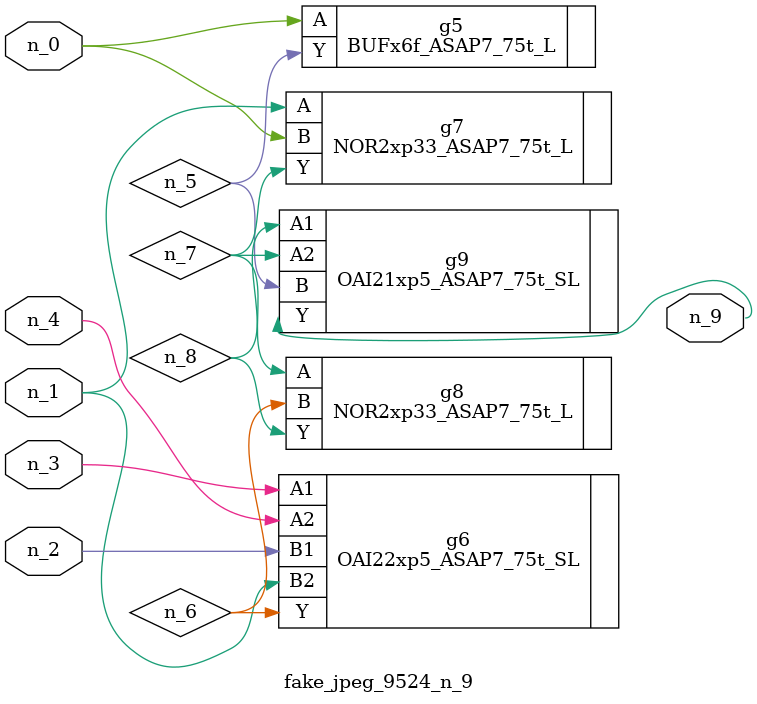
<source format=v>
module fake_jpeg_9524_n_9 (n_3, n_2, n_1, n_0, n_4, n_9);

input n_3;
input n_2;
input n_1;
input n_0;
input n_4;

output n_9;

wire n_8;
wire n_6;
wire n_5;
wire n_7;

BUFx6f_ASAP7_75t_L g5 ( 
.A(n_0),
.Y(n_5)
);

OAI22xp5_ASAP7_75t_SL g6 ( 
.A1(n_3),
.A2(n_4),
.B1(n_2),
.B2(n_1),
.Y(n_6)
);

NOR2xp33_ASAP7_75t_L g7 ( 
.A(n_1),
.B(n_0),
.Y(n_7)
);

NOR2xp33_ASAP7_75t_L g8 ( 
.A(n_7),
.B(n_6),
.Y(n_8)
);

OAI21xp5_ASAP7_75t_SL g9 ( 
.A1(n_8),
.A2(n_7),
.B(n_5),
.Y(n_9)
);


endmodule
</source>
